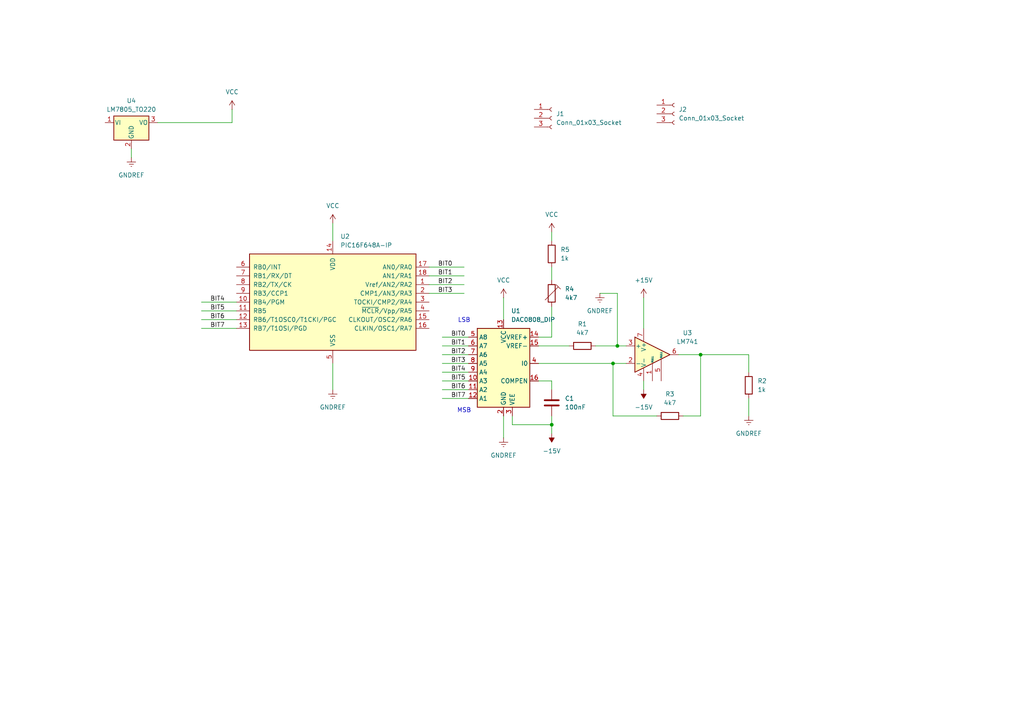
<source format=kicad_sch>
(kicad_sch (version 20231120) (generator "eeschema") (generator_version "8.0")
  (paper "A4")
  (lib_symbols
    (symbol "Amplifier_Operational:LM741" (pin_names (offset 0.127))
      (property "Reference" "U" (at 0 6.35 0))
      (property "Value" "LM741" (at 0 3.81 0))
      (symbol "LM741_0_1"
        (polyline (pts (xy -5.08 5.08) (xy 5.08 0) (xy -5.08 -5.08) (xy -5.08 5.08)) (stroke (width 0.254)) (fill (type background)))
      )
      (symbol "LM741_1_1"
        (pin input line (at 0 -7.62 90) (length 5.08) (name "NULL") (number "1"))
        (pin input line (at -7.62 -2.54 0) (length 2.54) (name "-") (number "2"))
        (pin input line (at -7.62 2.54 0) (length 2.54) (name "+") (number "3"))
        (pin power_in line (at -2.54 -7.62 90) (length 3.81) (name "V-") (number "4"))
        (pin input line (at 2.54 -7.62 90) (length 6.35) (name "NULL") (number "5"))
        (pin output line (at 7.62 0 180) (length 2.54) (name "~") (number "6"))
        (pin power_in line (at -2.54 7.62 270) (length 3.81) (name "V+") (number "7"))
        (pin no_connect line (at 0 2.54 270) (length 2.54) hide (name "NC") (number "8"))
      )
    )
    (symbol "Analog_DAC:DAC0808_DIP"
      (property "Reference" "U" (at 2.54 16.51 0))
      (property "Value" "DAC0808_DIP" (at 2.54 13.97 0))
      (symbol "DAC0808_DIP_0_0"
        (rectangle (start -7.62 -10.16) (end 7.62 12.7) (stroke (width 0.254)) (fill (type background)))
      )
      (symbol "DAC0808_DIP_1_1"
        (pin no_connect line (at 7.62 -5.08 180) (length 2.54) hide (name "NC") (number "1"))
        (pin input line (at -10.16 -2.54 0) (length 2.54) (name "A3") (number "10"))
        (pin input line (at -10.16 -5.08 0) (length 2.54) (name "A2") (number "11"))
        (pin input line (at -10.16 -7.62 0) (length 2.54) (name "A1") (number "12"))
        (pin power_in line (at 0 15.24 270) (length 2.54) (name "VCC") (number "13"))
        (pin output line (at 10.16 10.16 180) (length 2.54) (name "VREF+") (number "14"))
        (pin output line (at 10.16 7.62 180) (length 2.54) (name "VREF-") (number "15"))
        (pin passive line (at 10.16 -2.54 180) (length 2.54) (name "COMPEN") (number "16"))
        (pin power_in line (at 0 -12.7 90) (length 2.54) (name "GND") (number "2"))
        (pin power_in line (at 2.54 -12.7 90) (length 2.54) (name "VEE") (number "3"))
        (pin input line (at 10.16 2.54 180) (length 2.54) (name "I0") (number "4"))
        (pin input line (at -10.16 10.16 0) (length 2.54) (name "A8") (number "5"))
        (pin input line (at -10.16 7.62 0) (length 2.54) (name "A7") (number "6"))
        (pin input line (at -10.16 5.08 0) (length 2.54) (name "A6") (number "7"))
        (pin input line (at -10.16 2.54 0) (length 2.54) (name "A5") (number "8"))
        (pin input line (at -10.16 0 0) (length 2.54) (name "A4") (number "9"))
      )
    )
    (symbol "Connector:Conn_01x03_Socket" (pin_names (offset 1.016) hide)
      (property "Reference" "J" (at 0 5.08 0))
      (property "Value" "Conn_01x03_Socket" (at 0 -5.08 0))
      (symbol "Conn_01x03_Socket_1_1"
        (arc (start 0 -2.032) (mid -0.5058 -2.54) (end 0 -3.048) (stroke (width 0.1524)))
        (polyline (pts (xy -1.27 -2.54) (xy -0.508 -2.54)) (stroke (width 0.1524)))
        (polyline (pts (xy -1.27 0) (xy -0.508 0)) (stroke (width 0.1524)))
        (polyline (pts (xy -1.27 2.54) (xy -0.508 2.54)) (stroke (width 0.1524)))
        (arc (start 0 0.508) (mid -0.5058 0) (end 0 -0.508) (stroke (width 0.1524)))
        (arc (start 0 3.048) (mid -0.5058 2.54) (end 0 2.032) (stroke (width 0.1524)))
        (pin passive line (at -5.08 2.54 0) (length 3.81) (name "Pin_1") (number "1"))
        (pin passive line (at -5.08 0 0) (length 3.81) (name "Pin_2") (number "2"))
        (pin passive line (at -5.08 -2.54 0) (length 3.81) (name "Pin_3") (number "3"))
      )
    )
    (symbol "Device:C" (pin_numbers hide) (pin_names (offset 0.254))
      (property "Reference" "C" (at 0.635 2.54 0))
      (property "Value" "C" (at 0.635 -2.54 0))
      (symbol "C_0_1"
        (polyline (pts (xy -2.032 -0.762) (xy 2.032 -0.762)) (stroke (width 0.508)))
        (polyline (pts (xy -2.032 0.762) (xy 2.032 0.762)) (stroke (width 0.508)))
      )
      (symbol "C_1_1"
        (pin passive line (at 0 3.81 270) (length 2.794) (name "~") (number "1"))
        (pin passive line (at 0 -3.81 90) (length 2.794) (name "~") (number "2"))
      )
    )
    (symbol "Device:R" (pin_numbers hide) (pin_names (offset 0))
      (property "Reference" "R" (at 2.032 0 90))
      (property "Value" "R" (at 0 0 90))
      (symbol "R_0_1"
        (rectangle (start -1.016 -2.54) (end 1.016 2.54) (stroke (width 0.254)))
      )
      (symbol "R_1_1"
        (pin passive line (at 0 3.81 270) (length 1.27) (name "~") (number "1"))
        (pin passive line (at 0 -3.81 90) (length 1.27) (name "~") (number "2"))
      )
    )
    (symbol "Device:R_Trim" (pin_numbers hide) (pin_names (offset 0))
      (property "Reference" "R" (at 2.54 -2.54 90))
      (property "Value" "R_Trim" (at -2.54 -0.635 90))
      (symbol "R_Trim_0_1"
        (rectangle (start -1.016 -2.54) (end 1.016 2.54) (stroke (width 0.254)))
        (polyline (pts (xy -1.905 -1.905) (xy 1.905 1.905) (xy 2.54 1.27) (xy 1.27 2.54)))
      )
      (symbol "R_Trim_1_1"
        (pin passive line (at 0 3.81 270) (length 1.27) (name "~") (number "1"))
        (pin passive line (at 0 -3.81 90) (length 1.27) (name "~") (number "2"))
      )
    )
    (symbol "MCU_Microchip_PIC16:PIC16F648A-IP" (pin_names (offset 1.016))
      (property "Reference" "U" (at -24.13 17.78 0))
      (property "Value" "PIC16F648A-IP" (at -24.13 15.24 0))
      (symbol "PIC16F648A-IP_0_1"
        (rectangle (start 24.13 13.97) (end -24.13 -13.97) (stroke (width 0.254)) (fill (type background)))
      )
      (symbol "PIC16F648A-IP_1_1"
        (pin bidirectional line (at 27.94 5.08 180) (length 3.81) (name "Vref/AN2/RA2") (number "1"))
        (pin bidirectional line (at -27.94 0 0) (length 3.81) (name "RB4/PGM") (number "10"))
        (pin bidirectional line (at -27.94 -2.54 0) (length 3.81) (name "RB5") (number "11"))
        (pin bidirectional line (at -27.94 -5.08 0) (length 3.81) (name "RB6/T1OSC0/T1CKI/PGC") (number "12"))
        (pin bidirectional line (at -27.94 -7.62 0) (length 3.81) (name "RB7/T1OSI/PGD") (number "13"))
        (pin power_in line (at 0 17.78 270) (length 3.81) (name "VDD") (number "14"))
        (pin bidirectional line (at 27.94 -5.08 180) (length 3.81) (name "CLKOUT/OSC2/RA6") (number "15"))
        (pin bidirectional line (at 27.94 -7.62 180) (length 3.81) (name "CLKIN/OSC1/RA7") (number "16"))
        (pin bidirectional line (at 27.94 10.16 180) (length 3.81) (name "AN0/RA0") (number "17"))
        (pin bidirectional line (at 27.94 7.62 180) (length 3.81) (name "AN1/RA1") (number "18"))
        (pin bidirectional line (at 27.94 2.54 180) (length 3.81) (name "CMP1/AN3/RA3") (number "2"))
        (pin bidirectional line (at 27.94 0 180) (length 3.81) (name "TOCKI/CMP2/RA4") (number "3"))
        (pin input line (at 27.94 -2.54 180) (length 3.81) (name "~{MCLR}/Vpp/RA5") (number "4"))
        (pin power_in line (at 0 -17.78 90) (length 3.81) (name "VSS") (number "5"))
        (pin bidirectional line (at -27.94 10.16 0) (length 3.81) (name "RB0/INT") (number "6"))
        (pin bidirectional line (at -27.94 7.62 0) (length 3.81) (name "RB1/RX/DT") (number "7"))
        (pin bidirectional line (at -27.94 5.08 0) (length 3.81) (name "RB2/TX/CK") (number "8"))
        (pin bidirectional line (at -27.94 2.54 0) (length 3.81) (name "RB3/CCP1") (number "9"))
      )
    )
    (symbol "Regulator_Linear:LM7805_TO220" (pin_names (offset 0.254))
      (property "Reference" "U" (at -3.81 3.175 0))
      (property "Value" "LM7805_TO220" (at 0 3.175 0))
      (symbol "LM7805_TO220_0_1"
        (rectangle (start -5.08 1.905) (end 5.08 -5.08) (stroke (width 0.254)) (fill (type background)))
      )
      (symbol "LM7805_TO220_1_1"
        (pin power_in line (at -7.62 0 0) (length 2.54) (name "VI") (number "1"))
        (pin power_in line (at 0 -7.62 90) (length 2.54) (name "GND") (number "2"))
        (pin power_out line (at 7.62 0 180) (length 2.54) (name "VO") (number "3"))
      )
    )
    (symbol "power:+15V" (power) (pin_numbers hide) (pin_names (offset 0) hide)
      (property "Value" "+15V" (at 0 3.556 0))
      (symbol "+15V_0_1"
        (polyline (pts (xy -0.762 1.27) (xy 0 2.54)))
        (polyline (pts (xy 0 0) (xy 0 2.54)))
        (polyline (pts (xy 0 2.54) (xy 0.762 1.27)))
      )
      (symbol "+15V_1_1"
        (pin power_in line (at 0 0 90) (length 0) (name "~") (number "1"))
      )
    )
    (symbol "power:-15V" (power) (pin_numbers hide) (pin_names (offset 0) hide)
      (property "Value" "-15V" (at 0 3.556 0))
      (symbol "-15V_0_0"
        (pin power_in line (at 0 0 90) (length 0) (name "~") (number "1"))
      )
      (symbol "-15V_0_1"
        (polyline (pts (xy 0 0) (xy 0 1.27) (xy 0.762 1.27) (xy 0 2.54) (xy -0.762 1.27) (xy 0 1.27)) (fill (type outline)))
      )
    )
    (symbol "power:GNDREF" (power) (pin_numbers hide) (pin_names (offset 0) hide)
      (property "Value" "GNDREF" (at 0 -3.81 0))
      (symbol "GNDREF_0_1"
        (polyline (pts (xy -0.635 -1.905) (xy 0.635 -1.905)))
        (polyline (pts (xy -0.127 -2.54) (xy 0.127 -2.54)))
        (polyline (pts (xy 0 -1.27) (xy 0 0)))
        (polyline (pts (xy 1.27 -1.27) (xy -1.27 -1.27)))
      )
      (symbol "GNDREF_1_1"
        (pin power_in line (at 0 0 270) (length 0) (name "~") (number "1"))
      )
    )
    (symbol "power:VCC" (power) (pin_numbers hide) (pin_names (offset 0) hide)
      (property "Value" "VCC" (at 0 3.556 0))
      (symbol "VCC_0_1"
        (polyline (pts (xy -0.762 1.27) (xy 0 2.54)))
        (polyline (pts (xy 0 0) (xy 0 2.54)))
        (polyline (pts (xy 0 2.54) (xy 0.762 1.27)))
      )
      (symbol "VCC_1_1"
        (pin power_in line (at 0 0 90) (length 0) (name "~") (number "1"))
      )
    )
  )
  (junction (at 160.02 123.19))
  (junction (at 177.8 105.41))
  (junction (at 179.07 100.33))
  (junction (at 203.2 102.87))
  (wire (pts (xy 203.2 102.87) (xy 203.2 120.65)))
  (wire (pts (xy 179.07 100.33) (xy 181.61 100.33)))
  (wire (pts (xy 156.21 100.33) (xy 165.1 100.33)))
  (wire (pts (xy 67.31 35.56) (xy 67.31 31.75)))
  (wire (pts (xy 128.27 102.87) (xy 135.89 102.87)))
  (wire (pts (xy 45.72 35.56) (xy 67.31 35.56)))
  (wire (pts (xy 148.59 120.65) (xy 148.59 123.19)))
  (wire (pts (xy 124.46 80.01) (xy 134.62 80.01)))
  (wire (pts (xy 217.17 115.57) (xy 217.17 120.65)))
  (wire (pts (xy 146.05 120.65) (xy 146.05 127)))
  (wire (pts (xy 58.42 87.63) (xy 68.58 87.63)))
  (wire (pts (xy 177.8 105.41) (xy 177.8 120.65)))
  (wire (pts (xy 160.02 77.47) (xy 160.02 81.28)))
  (wire (pts (xy 179.07 85.09) (xy 179.07 100.33)))
  (wire (pts (xy 203.2 120.65) (xy 198.12 120.65)))
  (wire (pts (xy 196.85 102.87) (xy 203.2 102.87)))
  (wire (pts (xy 58.42 95.25) (xy 68.58 95.25)))
  (wire (pts (xy 58.42 90.17) (xy 68.58 90.17)))
  (wire (pts (xy 156.21 105.41) (xy 177.8 105.41)))
  (wire (pts (xy 148.59 123.19) (xy 160.02 123.19)))
  (wire (pts (xy 128.27 100.33) (xy 135.89 100.33)))
  (wire (pts (xy 128.27 113.03) (xy 135.89 113.03)))
  (wire (pts (xy 172.72 100.33) (xy 179.07 100.33)))
  (wire (pts (xy 173.99 85.09) (xy 179.07 85.09)))
  (wire (pts (xy 128.27 110.49) (xy 135.89 110.49)))
  (wire (pts (xy 128.27 107.95) (xy 135.89 107.95)))
  (wire (pts (xy 186.69 86.36) (xy 186.69 95.25)))
  (wire (pts (xy 160.02 88.9) (xy 160.02 97.79)))
  (wire (pts (xy 146.05 86.36) (xy 146.05 92.71)))
  (wire (pts (xy 217.17 102.87) (xy 203.2 102.87)))
  (wire (pts (xy 160.02 120.65) (xy 160.02 123.19)))
  (wire (pts (xy 160.02 97.79) (xy 156.21 97.79)))
  (wire (pts (xy 96.52 64.77) (xy 96.52 69.85)))
  (wire (pts (xy 128.27 97.79) (xy 135.89 97.79)))
  (wire (pts (xy 181.61 105.41) (xy 177.8 105.41)))
  (wire (pts (xy 128.27 115.57) (xy 135.89 115.57)))
  (wire (pts (xy 186.69 110.49) (xy 186.69 113.03)))
  (wire (pts (xy 124.46 85.09) (xy 134.62 85.09)))
  (wire (pts (xy 217.17 107.95) (xy 217.17 102.87)))
  (wire (pts (xy 124.46 82.55) (xy 134.62 82.55)))
  (wire (pts (xy 156.21 110.49) (xy 160.02 110.49)))
  (wire (pts (xy 96.52 105.41) (xy 96.52 113.03)))
  (wire (pts (xy 160.02 110.49) (xy 160.02 113.03)))
  (wire (pts (xy 177.8 120.65) (xy 190.5 120.65)))
  (wire (pts (xy 160.02 67.31) (xy 160.02 69.85)))
  (wire (pts (xy 160.02 123.19) (xy 160.02 125.73)))
  (wire (pts (xy 58.42 92.71) (xy 68.58 92.71)))
  (wire (pts (xy 128.27 105.41) (xy 135.89 105.41)))
  (wire (pts (xy 38.1 43.18) (xy 38.1 45.72)))
  (wire (pts (xy 124.46 77.47) (xy 134.62 77.47)))
  (text "MSB" (at 134.62 119.126 0) (effects (font (size 1.27 1.27))))
  (text "LSB" (at 134.62 92.964 0) (effects (font (size 1.27 1.27))))
  (label "BIT4" (at 130.81 107.95 0))
  (label "BIT1" (at 130.81 100.33 0))
  (label "BIT3" (at 130.81 105.41 0))
  (label "BIT6" (at 130.81 113.03 0))
  (label "BIT1" (at 127 80.01 0))
  (label "BIT7" (at 130.81 115.57 0))
  (label "BIT5" (at 60.96 90.17 0))
  (label "BIT0" (at 127 77.47 0))
  (label "BIT2" (at 127 82.55 0))
  (label "BIT6" (at 60.96 92.71 0))
  (label "BIT5" (at 130.81 110.49 0))
  (label "BIT0" (at 130.81 97.79 0))
  (label "BIT3" (at 127 85.09 0))
  (label "BIT7" (at 60.96 95.25 0))
  (label "BIT2" (at 130.81 102.87 0))
  (label "BIT4" (at 60.96 87.63 0))
  (symbol (lib_id "Device:R") (at 194.31 120.65 90) (unit 1)
    (property "Reference" "R3" (at 194.31 114.3 90))
    (property "Value" "4k7" (at 194.31 116.84 90))
    (property "Footprint" "Resistor_THT:R_Axial_DIN0309_L9.0mm_D3.2mm_P12.70mm_Horizontal" (effects (hide yes)))
    (property "Description" "Resistor" (effects (hide yes)))
  )
  (symbol (lib_id "Connector:Conn_01x03_Socket") (at 195.58 33.02 0) (unit 1)
    (property "Reference" "J2" (at 196.85 31.7499 0) (effects (justify left)))
    (property "Value" "Conn_01x03_Socket" (at 196.85 34.2899 0) (effects (justify left)))
    (property "Footprint" "TerminalBlock_Phoenix:TerminalBlock_Phoenix_MKDS-1,5-3-5.08_1x03_P5.08mm_Horizontal" (effects (hide yes)))
    (property "Description" "Generic connector, single row, 01x03, script generated" (effects (hide yes)))
  )
  (symbol (lib_id "power:GNDREF") (at 217.17 120.65 0) (unit 1)
    (property "Reference" "#PWR04" (effects (hide yes)))
    (property "Value" "GNDREF" (at 217.17 125.73 0))
    (property "Description" "Power symbol creates a global label with name \"GNDREF\" , reference supply ground" (effects (hide yes)))
  )
  (symbol (lib_id "power:VCC") (at 146.05 86.36 0) (unit 1)
    (property "Reference" "#PWR07" (effects (hide yes)))
    (property "Value" "VCC" (at 146.05 81.28 0))
    (property "Description" "Power symbol creates a global label with name \"VCC\"" (effects (hide yes)))
  )
  (symbol (lib_id "power:GNDREF") (at 38.1 45.72 0) (unit 1)
    (property "Reference" "#PWR010" (effects (hide yes)))
    (property "Value" "GNDREF" (at 38.1 50.8 0))
    (property "Description" "Power symbol creates a global label with name \"GNDREF\" , reference supply ground" (effects (hide yes)))
  )
  (symbol (lib_id "power:-15V") (at 160.02 125.73 180) (unit 1)
    (property "Reference" "#PWR03" (effects (hide yes)))
    (property "Value" "-15V" (at 160.02 130.81 0))
    (property "Description" "Power symbol creates a global label with name \"-15V\"" (effects (hide yes)))
  )
  (symbol (lib_id "power:+15V") (at 186.69 86.36 0) (unit 1)
    (property "Reference" "#PWR01" (effects (hide yes)))
    (property "Value" "+15V" (at 186.69 81.28 0))
    (property "Description" "Power symbol creates a global label with name \"+15V\"" (effects (hide yes)))
  )
  (symbol (lib_id "power:VCC") (at 96.52 64.77 0) (unit 1)
    (property "Reference" "#PWR08" (effects (hide yes)))
    (property "Value" "VCC" (at 96.52 59.69 0))
    (property "Description" "Power symbol creates a global label with name \"VCC\"" (effects (hide yes)))
  )
  (symbol (lib_id "Device:R") (at 160.02 73.66 0) (unit 1)
    (property "Reference" "R5" (at 162.56 72.3899 0) (effects (justify left)))
    (property "Value" "1k" (at 162.56 74.9299 0) (effects (justify left)))
    (property "Description" "Resistor" (effects (hide yes)))
  )
  (symbol (lib_id "MCU_Microchip_PIC16:PIC16F648A-IP") (at 96.52 87.63 0) (unit 1)
    (property "Reference" "U2" (at 98.7141 68.58 0) (effects (justify left)))
    (property "Value" "PIC16F648A-IP" (at 98.7141 71.12 0) (effects (justify left)))
    (property "Footprint" "Package_DIP:DIP-18_W7.62mm_Socket_LongPads" (effects (hide yes)))
    (property "Datasheet" "http://ww1.microchip.com/downloads/en/DeviceDoc/40300c.pdf" (effects (hide yes)))
    (property "Description" "4096W Flash, 256B SRAM, 256B EEPROM, DIP18" (effects (hide yes)))
  )
  (symbol (lib_id "Device:C") (at 160.02 116.84 0) (unit 1)
    (property "Reference" "C1" (at 163.83 115.5699 0) (effects (justify left)))
    (property "Value" "100nF" (at 163.83 118.1099 0) (effects (justify left)))
    (property "Footprint" "Capacitor_THT:C_Rect_L7.2mm_W3.0mm_P5.00mm_FKS2_FKP2_MKS2_MKP2" (effects (hide yes)))
    (property "Description" "Unpolarized capacitor" (effects (hide yes)))
  )
  (symbol (lib_id "power:-15V") (at 186.69 113.03 180) (unit 1)
    (property "Reference" "#PWR02" (effects (hide yes)))
    (property "Value" "-15V" (at 186.69 118.11 0))
    (property "Description" "Power symbol creates a global label with name \"-15V\"" (effects (hide yes)))
  )
  (symbol (lib_id "power:VCC") (at 67.31 31.75 0) (unit 1)
    (property "Reference" "#PWR09" (effects (hide yes)))
    (property "Value" "VCC" (at 67.31 26.67 0))
    (property "Description" "Power symbol creates a global label with name \"VCC\"" (effects (hide yes)))
  )
  (symbol (lib_id "power:GNDREF") (at 96.52 113.03 0) (unit 1)
    (property "Reference" "#PWR06" (effects (hide yes)))
    (property "Value" "GNDREF" (at 96.52 118.11 0))
    (property "Description" "Power symbol creates a global label with name \"GNDREF\" , reference supply ground" (effects (hide yes)))
  )
  (symbol (lib_id "power:GNDREF") (at 173.99 85.09 0) (unit 1)
    (property "Reference" "#PWR011" (effects (hide yes)))
    (property "Value" "GNDREF" (at 173.99 90.17 0))
    (property "Description" "Power symbol creates a global label with name \"GNDREF\" , reference supply ground" (effects (hide yes)))
  )
  (symbol (lib_id "Amplifier_Operational:LM741") (at 189.23 102.87 0) (unit 1)
    (property "Reference" "U3" (at 199.39 96.5514 0))
    (property "Value" "LM741" (at 199.39 99.0914 0))
    (property "Footprint" "Package_DIP:DIP-8_W7.62mm_Socket_LongPads" (effects (hide yes)))
    (property "Datasheet" "http://www.ti.com/lit/ds/symlink/lm741.pdf" (effects (hide yes)))
    (property "Description" "Operational Amplifier, DIP-8/TO-99-8" (effects (hide yes)))
  )
  (symbol (lib_id "Device:R") (at 217.17 111.76 0) (unit 1)
    (property "Reference" "R2" (at 219.71 110.4899 0) (effects (justify left)))
    (property "Value" "1k" (at 219.71 113.0299 0) (effects (justify left)))
    (property "Footprint" "Resistor_THT:R_Axial_DIN0309_L9.0mm_D3.2mm_P12.70mm_Horizontal" (effects (hide yes)))
    (property "Description" "Resistor" (effects (hide yes)))
  )
  (symbol (lib_id "Device:R") (at 168.91 100.33 90) (unit 1)
    (property "Reference" "R1" (at 168.91 93.98 90))
    (property "Value" "4k7" (at 168.91 96.52 90))
    (property "Footprint" "Resistor_THT:R_Axial_DIN0309_L9.0mm_D3.2mm_P12.70mm_Horizontal" (effects (hide yes)))
    (property "Description" "Resistor" (effects (hide yes)))
  )
  (symbol (lib_id "Analog_DAC:DAC0808_DIP") (at 146.05 107.95 0) (unit 1)
    (property "Reference" "U1" (at 148.2441 90.17 0) (effects (justify left)))
    (property "Value" "DAC0808_DIP" (at 148.2441 92.71 0) (effects (justify left)))
    (property "Footprint" "Package_DIP:DIP-16_W7.62mm_Socket_LongPads" (effects (hide yes)))
    (property "Datasheet" "http://www.ti.com/lit/ds/symlink/dac0808.pdf" (effects (hide yes)))
    (property "Description" "8-bit multiplying DAC" (effects (hide yes)))
  )
  (symbol (lib_id "power:VCC") (at 160.02 67.31 0) (unit 1)
    (property "Reference" "#PWR012" (effects (hide yes)))
    (property "Value" "VCC" (at 160.02 62.23 0))
    (property "Description" "Power symbol creates a global label with name \"VCC\"" (effects (hide yes)))
  )
  (symbol (lib_id "power:GNDREF") (at 146.05 127 0) (unit 1)
    (property "Reference" "#PWR05" (effects (hide yes)))
    (property "Value" "GNDREF" (at 146.05 132.08 0))
    (property "Description" "Power symbol creates a global label with name \"GNDREF\" , reference supply ground" (effects (hide yes)))
  )
  (symbol (lib_id "Device:R_Trim") (at 160.02 85.09 0) (unit 1)
    (property "Reference" "R4" (at 163.83 83.8199 0) (effects (justify left)))
    (property "Value" "4k7" (at 163.83 86.3599 0) (effects (justify left)))
    (property "Description" "Trimmable resistor (preset resistor)" (effects (hide yes)))
  )
  (symbol (lib_id "Regulator_Linear:LM7805_TO220") (at 38.1 35.56 0) (unit 1)
    (property "Reference" "U4" (at 38.1 29.21 0))
    (property "Value" "LM7805_TO220" (at 38.1 31.75 0))
    (property "Footprint" "Package_TO_SOT_THT:TO-220-3_Horizontal_TabDown" (effects (hide yes)))
    (property "Datasheet" "https://www.onsemi.cn/PowerSolutions/document/MC7800-D.PDF" (effects (hide yes)))
    (property "Description" "Positive 1A 35V Linear Regulator, Fixed Output 5V, TO-220" (effects (hide yes)))
  )
  (symbol (lib_id "Connector:Conn_01x03_Socket") (at 160.02 34.29 0) (unit 1)
    (property "Reference" "J1" (at 161.29 33.0199 0) (effects (justify left)))
    (property "Value" "Conn_01x03_Socket" (at 161.29 35.5599 0) (effects (justify left)))
    (property "Footprint" "TerminalBlock_Phoenix:TerminalBlock_Phoenix_MKDS-1,5-3-5.08_1x03_P5.08mm_Horizontal" (effects (hide yes)))
    (property "Description" "Generic connector, single row, 01x03, script generated" (effects (hide yes)))
  )
)
</source>
